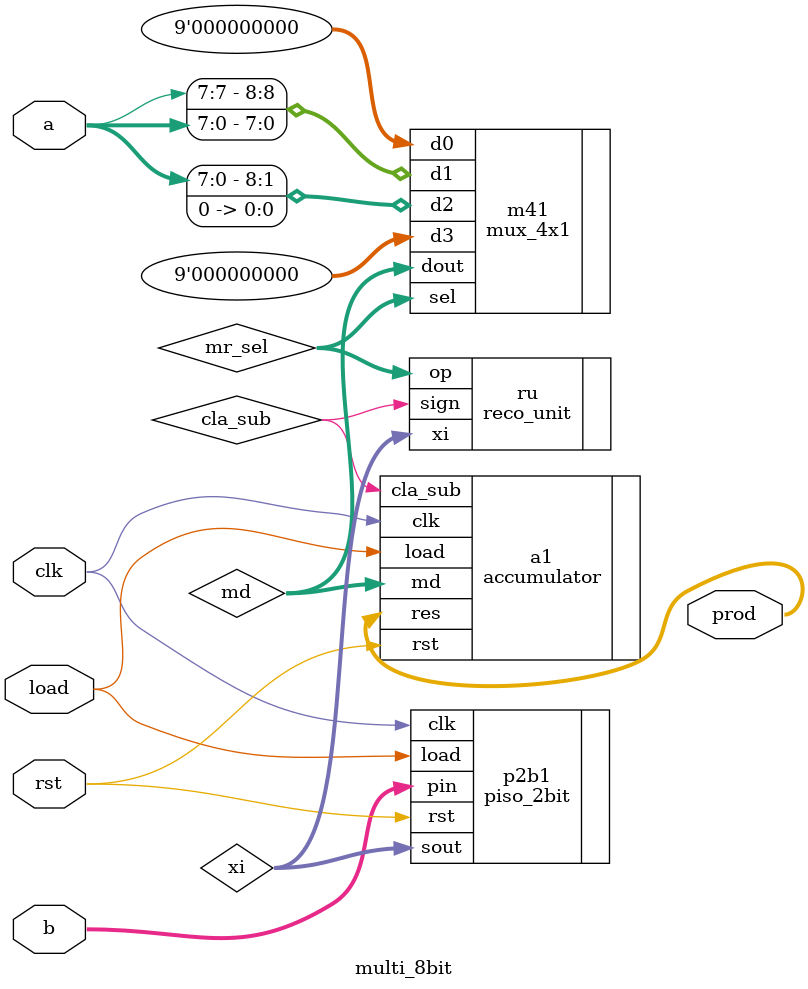
<source format=v>



module multi_8bit(prod,a,b,clk,rst,load);
	output [15:0] prod;
	input [7:0] a,b;
	input clk,rst,load;
	wire [2:0] xi;
	wire [1:0] mr_sel;
	wire cla_sub; 
	wire [8:0] md;
	piso_2bit p2b1(.sout(xi),.pin(b),.load(load),.clk(clk),.rst(rst));
	reco_unit ru(.op(mr_sel),.sign(cla_sub),.xi(xi));
	mux_4x1 m41(.dout(md),.d0(9'd0),.d1({a[7],a}),.d2({a,1'b0}),.d3(9'd0),.sel(mr_sel));
	accumulator a1(.res(prod),.md(md),.cla_sub(cla_sub),.load(load),.clk(clk),.rst(rst));
endmodule

/*
module tb_multi_8bit();
	reg [7:0] a,b;
	reg clk,rst,load;
	wire [15:0] prod;
	multi_8bit uut(.prod(prod),.a(a),.b(b),.clk(clk),.rst(rst),.load(load));
	
	initial
	begin
	#00 clk = 1'b0;
	forever #50 clk = ~clk;
	end
	
	initial
	begin
	#00 rst = 1'b1;
	#60 rst = 1'b0;
	end
	
	initial
	begin
	#110 load = 1'b1; a = -8'd38; b = 8'd55;
	# 60 load = 1'b0; 
	#470 load = 1'b1; a = 8'd5; b = 8'd9; //at 640 ps
	# 20 load = 1'b0; //at 660 ps. result out at 1050 ps.
	#480 load = 1'b1; a = -8'd99; b = 8'd91;
	# 20 load = 1'b0;
	#480 load = 1'b1; a = 8'd78; b = 8'd82;
	# 20 load = 1'b0;
	#480 load = 1'b1; a = 8'd57; b = -8'd63;
	# 20 load = 1'b0;
	#480 load = 1'b1; a = -8'd55; b = -8'd46;
	# 20 load = 1'b0;
	#480 load = 1'b1; a = 8'd111; b = 8'd111;
	# 20 load = 1'b0;
	end
	
	initial #3200 $stop;
	
	initial
	begin
	$dumpfile("multi_8bit.vcd");
	$dumpvars;
	end
	
endmodule
*/

</source>
